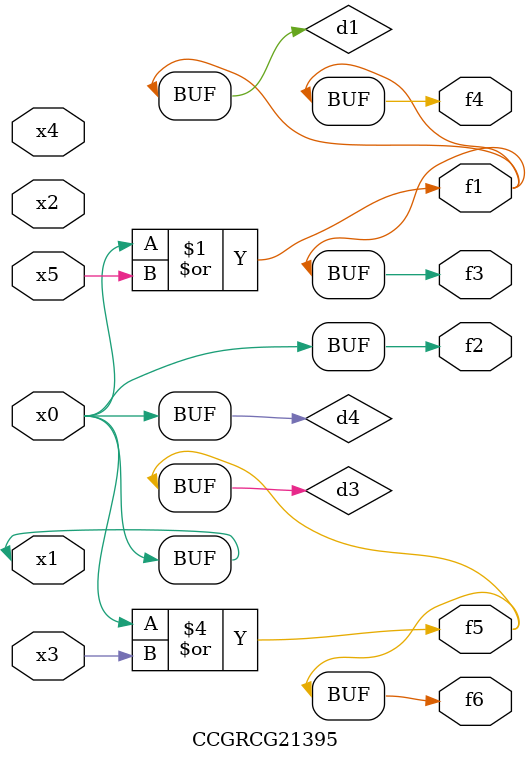
<source format=v>
module CCGRCG21395(
	input x0, x1, x2, x3, x4, x5,
	output f1, f2, f3, f4, f5, f6
);

	wire d1, d2, d3, d4;

	or (d1, x0, x5);
	xnor (d2, x1, x4);
	or (d3, x0, x3);
	buf (d4, x0, x1);
	assign f1 = d1;
	assign f2 = d4;
	assign f3 = d1;
	assign f4 = d1;
	assign f5 = d3;
	assign f6 = d3;
endmodule

</source>
